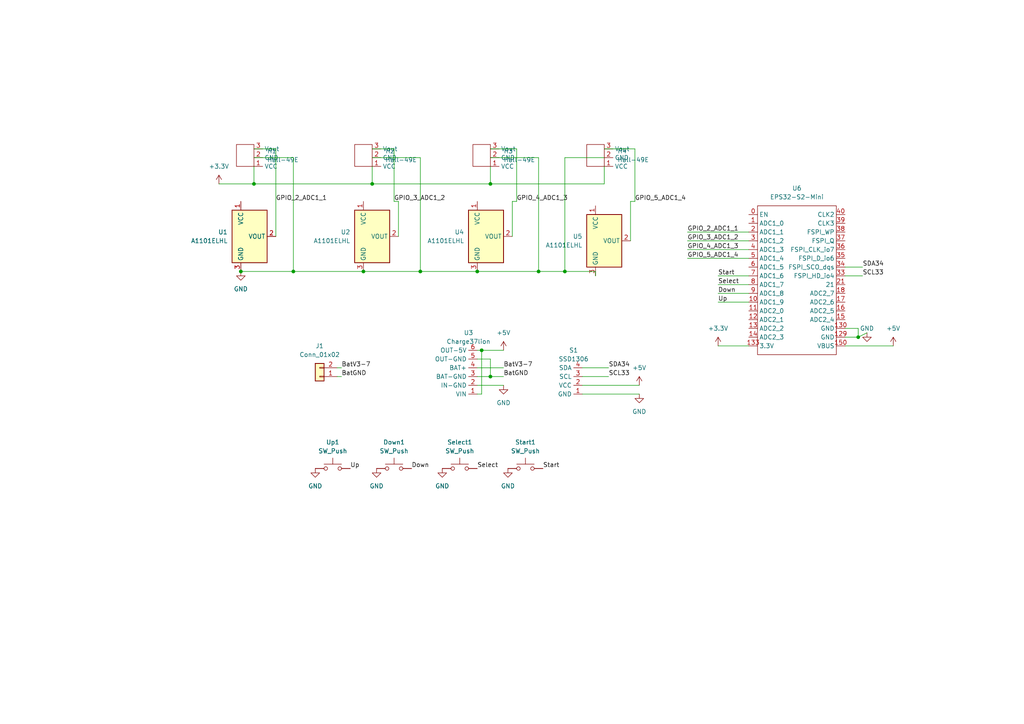
<source format=kicad_sch>
(kicad_sch (version 20211123) (generator eeschema)
  (paper "A4")
  (lib_symbols
    (symbol "Connector_Generic:Conn_01x02" (pin_names (offset 1.016) hide)
      (property "Reference" "J" (at 0 2.54 0))
      (property "Value" "Conn_01x02" (at 0 -5.08 0))
      (symbol "Conn_01x02_1_1"
        (rectangle (start -1.27 -2.413) (end 0 -2.667) (stroke (width 0.1524)))
        (rectangle (start -1.27 0.127) (end 0 -0.127) (stroke (width 0.1524)))
        (rectangle (start -1.27 1.27) (end 1.27 -3.81) (stroke (width 0.254)) (fill (type background)))
        (pin passive line (at -5.08 0 0) (length 3.81) (name "Pin_1") (number "1"))
        (pin passive line (at -5.08 -2.54 0) (length 3.81) (name "Pin_2") (number "2"))
      )
    )
    (symbol "OpenMuscleLibrary:Charge37lion"
      (property "Reference" "U" (at 0 0 0))
      (property "Value" "Charge37lion" (at 0 0 0))
      (symbol "Charge37lion_1_1"
        (pin input line (at 2.54 -16.51 180) (length 2.54) (name "VIN") (number "1"))
        (pin input line (at 2.54 -13.97 180) (length 2.54) (name "IN-GND") (number "2"))
        (pin input line (at 2.54 -11.43 180) (length 2.54) (name "BAT-GND") (number "3"))
        (pin input line (at 2.54 -8.89 180) (length 2.54) (name "BAT+") (number "4"))
        (pin input line (at 2.54 -6.35 180) (length 2.54) (name "OUT-GND") (number "5"))
        (pin input line (at 2.54 -3.81 180) (length 2.54) (name "OUT-5V") (number "6"))
      )
    )
    (symbol "OpenMuscleLibrary:EPS32-S2-Mini"
      (property "Reference" "U" (at 0 17.78 0))
      (property "Value" "EPS32-S2-Mini" (at 0 20.32 0))
      (symbol "EPS32-S2-Mini_0_1"
        (rectangle (start -12.7 16.51) (end 10.16 -26.67))
      )
      (symbol "EPS32-S2-Mini_1_1"
        (pin input line (at -15.24 13.97 0) (length 2.54) (name "EN") (number "0"))
        (pin input line (at -15.24 11.43 0) (length 2.54) (name "ADC1_0") (number "1"))
        (pin input line (at -15.24 -11.43 0) (length 2.54) (name "ADC1_9") (number "10"))
        (pin input line (at -15.24 -13.97 0) (length 2.54) (name "ADC2_0") (number "11"))
        (pin input line (at -15.24 -16.51 0) (length 2.54) (name "ADC2_1") (number "12"))
        (pin input line (at 12.7 -21.59 180) (length 2.54) (name "GND") (number "129"))
        (pin input line (at -15.24 -19.05 0) (length 2.54) (name "ADC2_2") (number "13"))
        (pin input line (at 12.7 -19.05 180) (length 2.54) (name "GND") (number "130"))
        (pin input line (at -15.24 -24.13 0) (length 2.54) (name "3.3V") (number "133"))
        (pin input line (at -15.24 -21.59 0) (length 2.54) (name "ADC2_3") (number "14"))
        (pin input line (at 12.7 -16.51 180) (length 2.54) (name "ADC2_4") (number "15"))
        (pin input line (at 12.7 -24.13 180) (length 2.54) (name "VBUS") (number "150"))
        (pin input line (at 12.7 -13.97 180) (length 2.54) (name "ADC2_5") (number "16"))
        (pin input line (at 12.7 -11.43 180) (length 2.54) (name "ADC2_6") (number "17"))
        (pin input line (at 12.7 -8.89 180) (length 2.54) (name "ADC2_7") (number "18"))
        (pin input line (at -15.24 8.89 0) (length 2.54) (name "ADC1_1") (number "2"))
        (pin input line (at 12.7 -6.35 180) (length 2.54) (name "21") (number "21"))
        (pin input line (at -15.24 6.35 0) (length 2.54) (name "ADC1_2") (number "3"))
        (pin input line (at 12.7 -3.81 180) (length 2.54) (name "FSPI_HD_io4") (number "33"))
        (pin input line (at 12.7 -1.27 180) (length 2.54) (name "FSPI_SCO_dqs") (number "34"))
        (pin input line (at 12.7 1.27 180) (length 2.54) (name "FSPI_D_io6") (number "35"))
        (pin input line (at 12.7 3.81 180) (length 2.54) (name "FSPI_CLK_io7") (number "36"))
        (pin input line (at 12.7 6.35 180) (length 2.54) (name "FSPI_Q") (number "37"))
        (pin input line (at 12.7 8.89 180) (length 2.54) (name "FSPI_WP") (number "38"))
        (pin input line (at 12.7 11.43 180) (length 2.54) (name "CLK3") (number "39"))
        (pin input line (at -15.24 3.81 0) (length 2.54) (name "ADC1_3") (number "4"))
        (pin input line (at 12.7 13.97 180) (length 2.54) (name "CLK2") (number "40"))
        (pin input line (at -15.24 1.27 0) (length 2.54) (name "ADC1_4") (number "5"))
        (pin input line (at -15.24 -1.27 0) (length 2.54) (name "ADC1_5") (number "6"))
        (pin input line (at -15.24 -3.81 0) (length 2.54) (name "ADC1_6") (number "7"))
        (pin input line (at -15.24 -6.35 0) (length 2.54) (name "ADC1_7") (number "8"))
        (pin input line (at -15.24 -8.89 0) (length 2.54) (name "ADC1_8") (number "9"))
      )
    )
    (symbol "OpenMuscleLibrary:Hall-49E"
      (property "Reference" "H" (at -1.27 5.08 0))
      (property "Value" "Hall-49E" (at 2.54 7.62 0))
      (symbol "Hall-49E_0_1"
        (rectangle (start -2.54 3.81) (end 2.54 -2.54))
      )
      (symbol "Hall-49E_1_1"
        (pin input line (at 2.54 -2.54 0) (length 2.54) (name "VCC") (number "1"))
        (pin input line (at 2.54 0 0) (length 2.54) (name "GND") (number "2"))
        (pin output line (at 2.54 2.54 0) (length 2.54) (name "Vout") (number "3"))
      )
    )
    (symbol "OpenMuscleLibrary:SSD1306"
      (property "Reference" "S" (at 0 0 0))
      (property "Value" "SSD1306" (at 0 0 0))
      (symbol "SSD1306_1_1"
        (pin input line (at 1.27 -11.43 180) (length 2.54) (name "GND") (number "1"))
        (pin input line (at 1.27 -8.89 180) (length 2.54) (name "VCC") (number "2"))
        (pin input line (at 1.27 -6.35 180) (length 2.54) (name "SCL") (number "3"))
        (pin input line (at 1.27 -3.81 180) (length 2.54) (name "SDA") (number "4"))
      )
    )
    (symbol "Sensor_Magnetic:A1101ELHL"
      (property "Reference" "U" (at 0 11.43 0))
      (property "Value" "A1101ELHL" (at 0 8.89 0))
      (symbol "A1101ELHL_0_1"
        (rectangle (start -5.08 7.62) (end 5.08 -7.62) (stroke (width 0.254)) (fill (type background)))
      )
      (symbol "A1101ELHL_1_1"
        (pin power_in line (at -2.54 10.16 270) (length 2.54) (name "VCC") (number "1"))
        (pin open_collector line (at 7.62 0 180) (length 2.54) (name "VOUT") (number "2"))
        (pin power_in line (at -2.54 -10.16 90) (length 2.54) (name "GND") (number "3"))
      )
    )
    (symbol "Switch:SW_Push" (pin_numbers hide) (pin_names (offset 1.016) hide)
      (property "Reference" "SW" (at 1.27 2.54 0))
      (property "Value" "SW_Push" (at 0 -1.524 0))
      (symbol "SW_Push_0_1"
        (circle (center -2.032 0) (radius 0.508))
        (polyline (pts (xy 0 1.27) (xy 0 3.048)))
        (polyline (pts (xy 2.54 1.27) (xy -2.54 1.27)))
        (circle (center 2.032 0) (radius 0.508))
        (pin passive line (at -5.08 0 0) (length 2.54) (name "1") (number "1"))
        (pin passive line (at 5.08 0 180) (length 2.54) (name "2") (number "2"))
      )
    )
    (symbol "power:+3.3V" (power) (pin_names (offset 0))
      (property "Value" "+3.3V" (at 0 3.556 0))
      (symbol "+3.3V_0_1"
        (polyline (pts (xy -0.762 1.27) (xy 0 2.54)))
        (polyline (pts (xy 0 0) (xy 0 2.54)))
        (polyline (pts (xy 0 2.54) (xy 0.762 1.27)))
      )
      (symbol "+3.3V_1_1"
        (pin power_in line (at 0 0 90) (length 0) hide (name "+3.3V") (number "1"))
      )
    )
    (symbol "power:+5V" (power) (pin_names (offset 0))
      (property "Value" "+5V" (at 0 3.556 0))
      (symbol "+5V_0_1"
        (polyline (pts (xy -0.762 1.27) (xy 0 2.54)))
        (polyline (pts (xy 0 0) (xy 0 2.54)))
        (polyline (pts (xy 0 2.54) (xy 0.762 1.27)))
      )
      (symbol "+5V_1_1"
        (pin power_in line (at 0 0 90) (length 0) hide (name "+5V") (number "1"))
      )
    )
    (symbol "power:GND" (power) (pin_names (offset 0))
      (property "Value" "GND" (at 0 -3.81 0))
      (symbol "GND_0_1"
        (polyline (pts (xy 0 0) (xy 0 -1.27) (xy 1.27 -1.27) (xy 0 -2.54) (xy -1.27 -1.27) (xy 0 -1.27)))
      )
      (symbol "GND_1_1"
        (pin power_in line (at 0 0 270) (length 0) hide (name "GND") (number "1"))
      )
    )
  )
  (junction (at 73.66 53.34))
  (junction (at 156.21 78.74))
  (junction (at 139.7 101.6))
  (junction (at 248.92 97.79))
  (junction (at 69.85 78.74))
  (junction (at 85.09 78.74))
  (junction (at 107.95 53.34))
  (junction (at 121.92 78.74))
  (junction (at 163.83 78.74))
  (junction (at 105.41 78.74))
  (junction (at 142.24 109.22))
  (junction (at 138.43 78.74))
  (junction (at 142.24 53.34))
  (wire (pts (xy 107.95 45.72) (xy 121.92 45.72)))
  (wire (pts (xy 85.09 45.72) (xy 85.09 78.74)))
  (wire (pts (xy 199.39 72.39) (xy 217.17 72.39)))
  (wire (pts (xy 142.24 48.26) (xy 142.24 53.34)))
  (wire (pts (xy 63.5 53.34) (xy 73.66 53.34)))
  (wire (pts (xy 168.91 106.68) (xy 176.53 106.68)))
  (wire (pts (xy 208.28 100.33) (xy 217.17 100.33)))
  (wire (pts (xy 208.28 87.63) (xy 217.17 87.63)))
  (wire (pts (xy 142.24 45.72) (xy 156.21 45.72)))
  (wire (pts (xy 199.39 69.85) (xy 217.17 69.85)))
  (wire (pts (xy 156.21 78.74) (xy 163.83 78.74)))
  (wire (pts (xy 139.7 101.6) (xy 146.05 101.6)))
  (wire (pts (xy 250.19 77.47) (xy 245.11 77.47)))
  (wire (pts (xy 148.59 58.42) (xy 149.86 58.42)))
  (wire (pts (xy 105.41 78.74) (xy 121.92 78.74)))
  (wire (pts (xy 73.66 48.26) (xy 73.66 53.34)))
  (wire (pts (xy 97.79 109.22) (xy 99.06 109.22)))
  (wire (pts (xy 73.66 45.72) (xy 85.09 45.72)))
  (wire (pts (xy 184.15 43.18) (xy 184.15 58.42)))
  (wire (pts (xy 115.57 58.42) (xy 114.3 58.42)))
  (wire (pts (xy 163.83 78.74) (xy 172.72 78.74)))
  (wire (pts (xy 114.3 43.18) (xy 114.3 58.42)))
  (wire (pts (xy 69.85 78.74) (xy 85.09 78.74)))
  (wire (pts (xy 138.43 111.76) (xy 146.05 111.76)))
  (wire (pts (xy 245.11 95.25) (xy 248.92 95.25)))
  (wire (pts (xy 156.21 45.72) (xy 156.21 78.74)))
  (wire (pts (xy 142.24 43.18) (xy 149.86 43.18)))
  (wire (pts (xy 107.95 48.26) (xy 107.95 53.34)))
  (wire (pts (xy 248.92 95.25) (xy 248.92 97.79)))
  (wire (pts (xy 73.66 53.34) (xy 107.95 53.34)))
  (wire (pts (xy 175.26 43.18) (xy 184.15 43.18)))
  (wire (pts (xy 182.88 69.85) (xy 182.88 58.42)))
  (wire (pts (xy 248.92 97.79) (xy 251.46 96.52)))
  (wire (pts (xy 121.92 78.74) (xy 138.43 78.74)))
  (wire (pts (xy 121.92 45.72) (xy 121.92 78.74)))
  (wire (pts (xy 73.66 43.18) (xy 80.01 43.18)))
  (wire (pts (xy 85.09 78.74) (xy 105.41 78.74)))
  (wire (pts (xy 208.28 85.09) (xy 217.17 85.09)))
  (wire (pts (xy 115.57 68.58) (xy 115.57 58.42)))
  (wire (pts (xy 168.91 109.22) (xy 176.53 109.22)))
  (wire (pts (xy 250.19 80.01) (xy 245.11 80.01)))
  (wire (pts (xy 80.01 43.18) (xy 80.01 68.58)))
  (wire (pts (xy 138.43 109.22) (xy 142.24 109.22)))
  (wire (pts (xy 149.86 43.18) (xy 149.86 58.42)))
  (wire (pts (xy 142.24 53.34) (xy 175.26 53.34)))
  (wire (pts (xy 107.95 43.18) (xy 114.3 43.18)))
  (wire (pts (xy 138.43 114.3) (xy 139.7 114.3)))
  (wire (pts (xy 97.79 106.68) (xy 99.06 106.68)))
  (wire (pts (xy 245.11 100.33) (xy 259.08 100.33)))
  (wire (pts (xy 142.24 109.22) (xy 146.05 109.22)))
  (wire (pts (xy 208.28 80.01) (xy 217.17 80.01)))
  (wire (pts (xy 182.88 58.42) (xy 184.15 58.42)))
  (wire (pts (xy 217.17 67.31) (xy 199.39 67.31)))
  (wire (pts (xy 142.24 104.14) (xy 142.24 109.22)))
  (wire (pts (xy 138.43 78.74) (xy 156.21 78.74)))
  (wire (pts (xy 163.83 45.72) (xy 163.83 78.74)))
  (wire (pts (xy 138.43 106.68) (xy 146.05 106.68)))
  (wire (pts (xy 168.91 114.3) (xy 185.42 114.3)))
  (wire (pts (xy 148.59 68.58) (xy 148.59 58.42)))
  (wire (pts (xy 245.11 97.79) (xy 248.92 97.79)))
  (wire (pts (xy 139.7 114.3) (xy 139.7 101.6)))
  (wire (pts (xy 208.28 82.55) (xy 217.17 82.55)))
  (wire (pts (xy 168.91 111.76) (xy 185.42 111.76)))
  (wire (pts (xy 138.43 104.14) (xy 142.24 104.14)))
  (wire (pts (xy 175.26 45.72) (xy 163.83 45.72)))
  (wire (pts (xy 138.43 101.6) (xy 139.7 101.6)))
  (wire (pts (xy 172.72 78.74) (xy 172.72 80.01)))
  (wire (pts (xy 107.95 53.34) (xy 142.24 53.34)))
  (wire (pts (xy 175.26 53.34) (xy 175.26 48.26)))
  (wire (pts (xy 199.39 74.93) (xy 217.17 74.93)))
  (label "SDA34" (at 250.19 77.47 0))
  (label "SDA34" (at 176.53 106.68 0))
  (label "GPIO_5_ADC1_4" (at 199.39 74.93 0))
  (label "BatV3-7" (at 99.06 106.68 0))
  (label "GPIO_2_ADC1_1" (at 199.39 67.31 0))
  (label "GPIO_4_ADC1_3" (at 199.39 72.39 0))
  (label "Down" (at 208.28 85.09 0))
  (label "SCL33" (at 250.19 80.01 0))
  (label "SCL33" (at 176.53 109.22 0))
  (label "BatGND" (at 99.06 109.22 0))
  (label "GPIO_4_ADC1_3" (at 149.86 58.42 0))
  (label "GPIO_2_ADC1_1" (at 80.01 58.42 0))
  (label "GPIO_3_ADC1_2" (at 114.3 58.42 0))
  (label "GPIO_5_ADC1_4" (at 184.15 58.42 0))
  (label "Start" (at 208.28 80.01 0))
  (label "Up" (at 208.28 87.63 0))
  (label "Up" (at 101.6 135.89 0))
  (label "GPIO_3_ADC1_2" (at 199.39 69.85 0))
  (label "Start" (at 157.48 135.89 0))
  (label "BatV3-7" (at 146.05 106.68 0))
  (label "Down" (at 119.38 135.89 0))
  (label "Select" (at 138.43 135.89 0))
  (label "BatGND" (at 146.05 109.22 0))
  (label "Select" (at 208.28 82.55 0))
  (symbol (lib_id "OpenMuscleLibrary:EPS32-S2-Mini") (at 232.41 76.2 0) (unit 1)
    (property "Reference" "U6" (at 231.14 54.61 0))
    (property "Value" "EPS32-S2-Mini" (at 231.14 57.15 0))
    (property "Footprint" "00OpenMuscleFootprint:ESP32-S2-Mini" (effects hide))
  )
  (symbol (lib_id "OpenMuscleLibrary:Hall-49E") (at 71.12 45.72 0) (unit 1)
    (property "Reference" "H1" (at 77.47 43.8149 0) (effects (justify left)))
    (property "Value" "Hall-49E" (at 77.47 46.3549 0) (effects (justify left)))
    (property "Footprint" "Connector_PinHeader_2.00mm:PinHeader_1x03_P2.00mm_Vertical" (effects hide))
  )
  (symbol (lib_id "power:+5V") (at 146.05 101.6 0) (unit 1)
    (property "Reference" "#PWR0106" (effects hide))
    (property "Value" "+5V" (at 146.05 96.52 0))
  )
  (symbol (lib_id "OpenMuscleLibrary:Charge37lion") (at 135.89 97.79 0) (unit 1)
    (property "Reference" "U3" (at 135.89 96.52 0))
    (property "Value" "Charge37lion" (at 135.89 99.06 0))
    (property "Footprint" "Connector_PinHeader_2.54mm:PinHeader_1x06_P2.54mm_Vertical" (effects hide))
  )
  (symbol (lib_id "power:GND") (at 185.42 114.3 0) (unit 1)
    (property "Reference" "#PWR0113" (effects hide))
    (property "Value" "GND" (at 185.42 119.38 0))
  )
  (symbol (lib_id "Switch:SW_Push") (at 96.52 135.89 0) (unit 1)
    (property "Reference" "Up1" (at 96.52 128.27 0))
    (property "Value" "SW_Push" (at 96.52 130.81 0))
    (property "Footprint" "Button_Switch_THT:SW_PUSH_6mm" (effects hide))
  )
  (symbol (lib_id "Sensor_Magnetic:A1101ELHL") (at 72.39 68.58 0) (unit 1)
    (property "Reference" "U1" (at 66.04 67.3099 0) (effects (justify right)))
    (property "Value" "A1101ELHL" (at 66.04 69.8499 0) (effects (justify right)))
    (property "Footprint" "Package_TO_SOT_SMD:SOT-23W" (effects hide))
    (property "Datasheet" "https://www.allegromicro.com/-/media/files/datasheets/a110x-datasheet.ashx" (effects hide))
  )
  (symbol (lib_id "power:+5V") (at 185.42 111.76 0) (unit 1)
    (property "Reference" "#PWR0112" (effects hide))
    (property "Value" "+5V" (at 185.42 106.68 0))
  )
  (symbol (lib_id "Sensor_Magnetic:A1101ELHL") (at 140.97 68.58 0) (unit 1)
    (property "Reference" "U4" (at 134.62 67.3099 0) (effects (justify right)))
    (property "Value" "A1101ELHL" (at 134.62 69.8499 0) (effects (justify right)))
    (property "Footprint" "Package_TO_SOT_SMD:SOT-23W" (effects hide))
    (property "Datasheet" "https://www.allegromicro.com/-/media/files/datasheets/a110x-datasheet.ashx" (effects hide))
  )
  (symbol (lib_id "Switch:SW_Push") (at 133.35 135.89 0) (unit 1)
    (property "Reference" "Select1" (at 133.35 128.27 0))
    (property "Value" "SW_Push" (at 133.35 130.81 0))
    (property "Footprint" "Button_Switch_THT:SW_PUSH_6mm" (effects hide))
  )
  (symbol (lib_id "power:GND") (at 109.22 135.89 0) (unit 1)
    (property "Reference" "#PWR0103" (effects hide))
    (property "Value" "GND" (at 109.22 140.97 0))
  )
  (symbol (lib_id "Connector_Generic:Conn_01x02") (at 92.71 109.22 180) (unit 1)
    (property "Reference" "J1" (at 92.71 100.33 0))
    (property "Value" "Conn_01x02" (at 92.71 102.87 0))
    (property "Footprint" "Connector_PinHeader_2.54mm:PinHeader_1x02_P2.54mm_Vertical" (effects hide))
  )
  (symbol (lib_id "Switch:SW_Push") (at 114.3 135.89 0) (unit 1)
    (property "Reference" "Down1" (at 114.3 128.27 0))
    (property "Value" "SW_Push" (at 114.3 130.81 0))
    (property "Footprint" "Button_Switch_THT:SW_PUSH_6mm" (effects hide))
  )
  (symbol (lib_id "power:GND") (at 91.44 135.89 0) (unit 1)
    (property "Reference" "#PWR0107" (effects hide))
    (property "Value" "GND" (at 91.44 140.97 0))
  )
  (symbol (lib_id "Switch:SW_Push") (at 152.4 135.89 0) (unit 1)
    (property "Reference" "Start1" (at 152.4 128.27 0))
    (property "Value" "SW_Push" (at 152.4 130.81 0))
    (property "Footprint" "Button_Switch_THT:SW_PUSH_6mm" (effects hide))
  )
  (symbol (lib_id "power:GND") (at 147.32 135.89 0) (unit 1)
    (property "Reference" "#PWR0102" (effects hide))
    (property "Value" "GND" (at 147.32 140.97 0))
  )
  (symbol (lib_id "Sensor_Magnetic:A1101ELHL") (at 175.26 69.85 0) (unit 1)
    (property "Reference" "U5" (at 168.91 68.5799 0) (effects (justify right)))
    (property "Value" "A1101ELHL" (at 168.91 71.1199 0) (effects (justify right)))
    (property "Footprint" "Package_TO_SOT_SMD:SOT-23W" (effects hide))
    (property "Datasheet" "https://www.allegromicro.com/-/media/files/datasheets/a110x-datasheet.ashx" (effects hide))
  )
  (symbol (lib_id "OpenMuscleLibrary:Hall-49E") (at 105.41 45.72 0) (unit 1)
    (property "Reference" "H2" (at 111.76 43.8149 0) (effects (justify left)))
    (property "Value" "Hall-49E" (at 111.76 46.3549 0) (effects (justify left)))
    (property "Footprint" "Connector_PinHeader_2.00mm:PinHeader_1x03_P2.00mm_Vertical" (effects hide))
  )
  (symbol (lib_id "power:+3.3V") (at 63.5 53.34 0) (unit 1)
    (property "Reference" "#PWR0101" (effects hide))
    (property "Value" "+3.3V" (at 63.5 48.26 0))
  )
  (symbol (lib_id "power:GND") (at 69.85 78.74 0) (unit 1)
    (property "Reference" "#PWR0105" (effects hide))
    (property "Value" "GND" (at 69.85 83.82 0))
  )
  (symbol (lib_id "power:GND") (at 251.46 96.52 0) (unit 1)
    (property "Reference" "#PWR0110" (effects hide))
    (property "Value" "GND" (at 251.46 95.25 0))
  )
  (symbol (lib_id "OpenMuscleLibrary:Hall-49E") (at 172.72 45.72 0) (unit 1)
    (property "Reference" "H4" (at 179.07 43.8149 0) (effects (justify left)))
    (property "Value" "Hall-49E" (at 179.07 46.3549 0) (effects (justify left)))
    (property "Footprint" "Connector_PinHeader_2.00mm:PinHeader_1x03_P2.00mm_Vertical" (effects hide))
  )
  (symbol (lib_id "power:+5V") (at 259.08 100.33 0) (unit 1)
    (property "Reference" "#PWR0109" (effects hide))
    (property "Value" "+5V" (at 259.08 95.25 0))
  )
  (symbol (lib_id "Sensor_Magnetic:A1101ELHL") (at 107.95 68.58 0) (unit 1)
    (property "Reference" "U2" (at 101.6 67.3099 0) (effects (justify right)))
    (property "Value" "A1101ELHL" (at 101.6 69.8499 0) (effects (justify right)))
    (property "Footprint" "Package_TO_SOT_SMD:SOT-23W" (effects hide))
    (property "Datasheet" "https://www.allegromicro.com/-/media/files/datasheets/a110x-datasheet.ashx" (effects hide))
  )
  (symbol (lib_id "OpenMuscleLibrary:Hall-49E") (at 139.7 45.72 0) (unit 1)
    (property "Reference" "H3" (at 146.05 43.8149 0) (effects (justify left)))
    (property "Value" "Hall-49E" (at 146.05 46.3549 0) (effects (justify left)))
    (property "Footprint" "Connector_PinHeader_2.00mm:PinHeader_1x03_P2.00mm_Vertical" (effects hide))
  )
  (symbol (lib_id "OpenMuscleLibrary:SSD1306") (at 167.64 102.87 0) (unit 1)
    (property "Reference" "S1" (at 166.37 101.6 0))
    (property "Value" "SSD1306" (at 166.37 104.14 0))
    (property "Footprint" "Connector_PinHeader_2.54mm:PinHeader_1x04_P2.54mm_Vertical" (effects hide))
  )
  (symbol (lib_id "power:+3.3V") (at 208.28 100.33 0) (unit 1)
    (property "Reference" "#PWR0111" (effects hide))
    (property "Value" "+3.3V" (at 208.28 95.25 0))
  )
  (symbol (lib_id "power:GND") (at 128.27 135.89 0) (unit 1)
    (property "Reference" "#PWR0104" (effects hide))
    (property "Value" "GND" (at 128.27 140.97 0))
  )
  (symbol (lib_id "power:GND") (at 146.05 111.76 0) (unit 1)
    (property "Reference" "#PWR0108" (effects hide))
    (property "Value" "GND" (at 146.05 116.84 0))
  )
)
</source>
